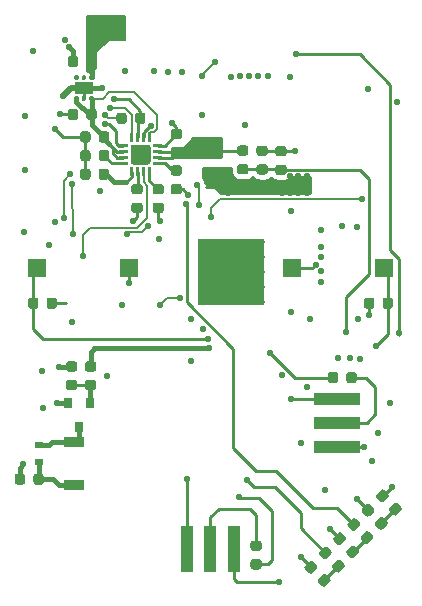
<source format=gbr>
%TF.GenerationSoftware,KiCad,Pcbnew,(5.1.6)-1*%
%TF.CreationDate,2020-07-04T15:59:08+08:00*%
%TF.ProjectId,24RF_Remote_Control,32345246-5f52-4656-9d6f-74655f436f6e,rev?*%
%TF.SameCoordinates,Original*%
%TF.FileFunction,Copper,L1,Top*%
%TF.FilePolarity,Positive*%
%FSLAX46Y46*%
G04 Gerber Fmt 4.6, Leading zero omitted, Abs format (unit mm)*
G04 Created by KiCad (PCBNEW (5.1.6)-1) date 2020-07-04 15:59:08*
%MOMM*%
%LPD*%
G01*
G04 APERTURE LIST*
%TA.AperFunction,ViaPad*%
%ADD10C,0.600000*%
%TD*%
%TA.AperFunction,Conductor*%
%ADD11R,5.600000X5.600000*%
%TD*%
%TA.AperFunction,ViaPad*%
%ADD12C,0.500000*%
%TD*%
%TA.AperFunction,SMDPad,CuDef*%
%ADD13R,1.600000X1.000000*%
%TD*%
%TA.AperFunction,SMDPad,CuDef*%
%ADD14O,1.700000X1.700000*%
%TD*%
%TA.AperFunction,SMDPad,CuDef*%
%ADD15R,1.700000X1.700000*%
%TD*%
%TA.AperFunction,SMDPad,CuDef*%
%ADD16R,1.800000X0.900000*%
%TD*%
%TA.AperFunction,SMDPad,CuDef*%
%ADD17R,0.700000X0.600000*%
%TD*%
%TA.AperFunction,SMDPad,CuDef*%
%ADD18R,0.800000X0.900000*%
%TD*%
%TA.AperFunction,SMDPad,CuDef*%
%ADD19R,1.500000X1.500000*%
%TD*%
%TA.AperFunction,SMDPad,CuDef*%
%ADD20R,3.900000X1.000000*%
%TD*%
%TA.AperFunction,SMDPad,CuDef*%
%ADD21R,1.000000X3.900000*%
%TD*%
%TA.AperFunction,ViaPad*%
%ADD22C,0.550000*%
%TD*%
%TA.AperFunction,ViaPad*%
%ADD23C,0.250000*%
%TD*%
%TA.AperFunction,Conductor*%
%ADD24C,0.250000*%
%TD*%
%TA.AperFunction,Conductor*%
%ADD25C,0.406400*%
%TD*%
%TA.AperFunction,Conductor*%
%ADD26C,0.152400*%
%TD*%
%TA.AperFunction,Conductor*%
%ADD27C,0.508000*%
%TD*%
%TA.AperFunction,Conductor*%
%ADD28C,0.254000*%
%TD*%
%TA.AperFunction,Conductor*%
%ADD29C,0.200000*%
%TD*%
G04 APERTURE END LIST*
%TO.P,U1,17*%
%TO.N,GND*%
%TA.AperFunction,SMDPad,CuDef*%
G36*
G01*
X140804260Y-78641240D02*
X140804260Y-79841440D01*
G75*
G02*
X140554360Y-80091340I-249900J0D01*
G01*
X139354160Y-80091340D01*
G75*
G02*
X139104260Y-79841440I0J249900D01*
G01*
X139104260Y-78641240D01*
G75*
G02*
X139354160Y-78391340I249900J0D01*
G01*
X140554360Y-78391340D01*
G75*
G02*
X140804260Y-78641240I0J-249900D01*
G01*
G37*
%TD.AperFunction*%
D10*
%TD*%
%TO.N,GND*%
%TO.C,U1*%
X140504260Y-79791340D03*
%TO.N,GND*%
%TO.C,U1*%
X139404260Y-79791340D03*
X139954260Y-79241340D03*
X140504260Y-78691340D03*
X139404260Y-78691340D03*
%TD*%
%TO.P,U1,1*%
%TO.N,Net-(R1-Pad1)*%
%TA.AperFunction,SMDPad,CuDef*%
G36*
G01*
X141804260Y-79928840D02*
X141804260Y-80053840D01*
G75*
G02*
X141741760Y-80116340I-62500J0D01*
G01*
X141066760Y-80116340D01*
G75*
G02*
X141004260Y-80053840I0J62500D01*
G01*
X141004260Y-79928840D01*
G75*
G02*
X141066760Y-79866340I62500J0D01*
G01*
X141741760Y-79866340D01*
G75*
G02*
X141804260Y-79928840I0J-62500D01*
G01*
G37*
%TD.AperFunction*%
%TO.P,U1,2*%
%TO.N,/BATT*%
%TA.AperFunction,SMDPad,CuDef*%
G36*
G01*
X141804260Y-79428840D02*
X141804260Y-79553840D01*
G75*
G02*
X141741760Y-79616340I-62500J0D01*
G01*
X141066760Y-79616340D01*
G75*
G02*
X141004260Y-79553840I0J62500D01*
G01*
X141004260Y-79428840D01*
G75*
G02*
X141066760Y-79366340I62500J0D01*
G01*
X141741760Y-79366340D01*
G75*
G02*
X141804260Y-79428840I0J-62500D01*
G01*
G37*
%TD.AperFunction*%
%TO.P,U1,3*%
%TA.AperFunction,SMDPad,CuDef*%
G36*
G01*
X141804260Y-78928840D02*
X141804260Y-79053840D01*
G75*
G02*
X141741760Y-79116340I-62500J0D01*
G01*
X141066760Y-79116340D01*
G75*
G02*
X141004260Y-79053840I0J62500D01*
G01*
X141004260Y-78928840D01*
G75*
G02*
X141066760Y-78866340I62500J0D01*
G01*
X141741760Y-78866340D01*
G75*
G02*
X141804260Y-78928840I0J-62500D01*
G01*
G37*
%TD.AperFunction*%
%TO.P,U1,4*%
%TO.N,GND*%
%TA.AperFunction,SMDPad,CuDef*%
G36*
G01*
X141804260Y-78428840D02*
X141804260Y-78553840D01*
G75*
G02*
X141741760Y-78616340I-62500J0D01*
G01*
X141066760Y-78616340D01*
G75*
G02*
X141004260Y-78553840I0J62500D01*
G01*
X141004260Y-78428840D01*
G75*
G02*
X141066760Y-78366340I62500J0D01*
G01*
X141741760Y-78366340D01*
G75*
G02*
X141804260Y-78428840I0J-62500D01*
G01*
G37*
%TD.AperFunction*%
%TO.P,U1,5*%
%TO.N,/BATT_OUT*%
%TA.AperFunction,SMDPad,CuDef*%
G36*
G01*
X140829260Y-77453840D02*
X140829260Y-78128840D01*
G75*
G02*
X140766760Y-78191340I-62500J0D01*
G01*
X140641760Y-78191340D01*
G75*
G02*
X140579260Y-78128840I0J62500D01*
G01*
X140579260Y-77453840D01*
G75*
G02*
X140641760Y-77391340I62500J0D01*
G01*
X140766760Y-77391340D01*
G75*
G02*
X140829260Y-77453840I0J-62500D01*
G01*
G37*
%TD.AperFunction*%
%TO.P,U1,6*%
%TO.N,GND*%
%TA.AperFunction,SMDPad,CuDef*%
G36*
G01*
X140329260Y-77453840D02*
X140329260Y-78128840D01*
G75*
G02*
X140266760Y-78191340I-62500J0D01*
G01*
X140141760Y-78191340D01*
G75*
G02*
X140079260Y-78128840I0J62500D01*
G01*
X140079260Y-77453840D01*
G75*
G02*
X140141760Y-77391340I62500J0D01*
G01*
X140266760Y-77391340D01*
G75*
G02*
X140329260Y-77453840I0J-62500D01*
G01*
G37*
%TD.AperFunction*%
%TO.P,U1,7*%
%TO.N,/PGOOD*%
%TA.AperFunction,SMDPad,CuDef*%
G36*
G01*
X139829260Y-77453840D02*
X139829260Y-78128840D01*
G75*
G02*
X139766760Y-78191340I-62500J0D01*
G01*
X139641760Y-78191340D01*
G75*
G02*
X139579260Y-78128840I0J62500D01*
G01*
X139579260Y-77453840D01*
G75*
G02*
X139641760Y-77391340I62500J0D01*
G01*
X139766760Y-77391340D01*
G75*
G02*
X139829260Y-77453840I0J-62500D01*
G01*
G37*
%TD.AperFunction*%
%TO.P,U1,8*%
%TO.N,GND*%
%TA.AperFunction,SMDPad,CuDef*%
G36*
G01*
X139329260Y-77453840D02*
X139329260Y-78128840D01*
G75*
G02*
X139266760Y-78191340I-62500J0D01*
G01*
X139141760Y-78191340D01*
G75*
G02*
X139079260Y-78128840I0J62500D01*
G01*
X139079260Y-77453840D01*
G75*
G02*
X139141760Y-77391340I62500J0D01*
G01*
X139266760Y-77391340D01*
G75*
G02*
X139329260Y-77453840I0J-62500D01*
G01*
G37*
%TD.AperFunction*%
%TO.P,U1,9*%
%TO.N,/CHARGE*%
%TA.AperFunction,SMDPad,CuDef*%
G36*
G01*
X138904260Y-78428840D02*
X138904260Y-78553840D01*
G75*
G02*
X138841760Y-78616340I-62500J0D01*
G01*
X138166760Y-78616340D01*
G75*
G02*
X138104260Y-78553840I0J62500D01*
G01*
X138104260Y-78428840D01*
G75*
G02*
X138166760Y-78366340I62500J0D01*
G01*
X138841760Y-78366340D01*
G75*
G02*
X138904260Y-78428840I0J-62500D01*
G01*
G37*
%TD.AperFunction*%
%TO.P,U1,10*%
%TO.N,/BATT_OUT*%
%TA.AperFunction,SMDPad,CuDef*%
G36*
G01*
X138904260Y-78928840D02*
X138904260Y-79053840D01*
G75*
G02*
X138841760Y-79116340I-62500J0D01*
G01*
X138166760Y-79116340D01*
G75*
G02*
X138104260Y-79053840I0J62500D01*
G01*
X138104260Y-78928840D01*
G75*
G02*
X138166760Y-78866340I62500J0D01*
G01*
X138841760Y-78866340D01*
G75*
G02*
X138904260Y-78928840I0J-62500D01*
G01*
G37*
%TD.AperFunction*%
%TO.P,U1,11*%
%TA.AperFunction,SMDPad,CuDef*%
G36*
G01*
X138904260Y-79428840D02*
X138904260Y-79553840D01*
G75*
G02*
X138841760Y-79616340I-62500J0D01*
G01*
X138166760Y-79616340D01*
G75*
G02*
X138104260Y-79553840I0J62500D01*
G01*
X138104260Y-79428840D01*
G75*
G02*
X138166760Y-79366340I62500J0D01*
G01*
X138841760Y-79366340D01*
G75*
G02*
X138904260Y-79428840I0J-62500D01*
G01*
G37*
%TD.AperFunction*%
%TO.P,U1,12*%
%TO.N,Net-(R3-Pad2)*%
%TA.AperFunction,SMDPad,CuDef*%
G36*
G01*
X138904260Y-79928840D02*
X138904260Y-80053840D01*
G75*
G02*
X138841760Y-80116340I-62500J0D01*
G01*
X138166760Y-80116340D01*
G75*
G02*
X138104260Y-80053840I0J62500D01*
G01*
X138104260Y-79928840D01*
G75*
G02*
X138166760Y-79866340I62500J0D01*
G01*
X138841760Y-79866340D01*
G75*
G02*
X138904260Y-79928840I0J-62500D01*
G01*
G37*
%TD.AperFunction*%
%TO.P,U1,13*%
%TO.N,Net-(C1-Pad2)*%
%TA.AperFunction,SMDPad,CuDef*%
G36*
G01*
X139329260Y-80353840D02*
X139329260Y-81028840D01*
G75*
G02*
X139266760Y-81091340I-62500J0D01*
G01*
X139141760Y-81091340D01*
G75*
G02*
X139079260Y-81028840I0J62500D01*
G01*
X139079260Y-80353840D01*
G75*
G02*
X139141760Y-80291340I62500J0D01*
G01*
X139266760Y-80291340D01*
G75*
G02*
X139329260Y-80353840I0J-62500D01*
G01*
G37*
%TD.AperFunction*%
%TO.P,U1,14*%
%TO.N,Net-(R2-Pad2)*%
%TA.AperFunction,SMDPad,CuDef*%
G36*
G01*
X139829260Y-80353840D02*
X139829260Y-81028840D01*
G75*
G02*
X139766760Y-81091340I-62500J0D01*
G01*
X139641760Y-81091340D01*
G75*
G02*
X139579260Y-81028840I0J62500D01*
G01*
X139579260Y-80353840D01*
G75*
G02*
X139641760Y-80291340I62500J0D01*
G01*
X139766760Y-80291340D01*
G75*
G02*
X139829260Y-80353840I0J-62500D01*
G01*
G37*
%TD.AperFunction*%
%TO.P,U1,15*%
%TO.N,Net-(S1-Pad2)*%
%TA.AperFunction,SMDPad,CuDef*%
G36*
G01*
X140329260Y-80353840D02*
X140329260Y-81028840D01*
G75*
G02*
X140266760Y-81091340I-62500J0D01*
G01*
X140141760Y-81091340D01*
G75*
G02*
X140079260Y-81028840I0J62500D01*
G01*
X140079260Y-80353840D01*
G75*
G02*
X140141760Y-80291340I62500J0D01*
G01*
X140266760Y-80291340D01*
G75*
G02*
X140329260Y-80353840I0J-62500D01*
G01*
G37*
%TD.AperFunction*%
%TO.P,U1,16*%
%TO.N,Net-(R4-Pad2)*%
%TA.AperFunction,SMDPad,CuDef*%
G36*
G01*
X140829260Y-80353840D02*
X140829260Y-81028840D01*
G75*
G02*
X140766760Y-81091340I-62500J0D01*
G01*
X140641760Y-81091340D01*
G75*
G02*
X140579260Y-81028840I0J62500D01*
G01*
X140579260Y-80353840D01*
G75*
G02*
X140641760Y-80291340I62500J0D01*
G01*
X140766760Y-80291340D01*
G75*
G02*
X140829260Y-80353840I0J-62500D01*
G01*
G37*
%TD.AperFunction*%
%TD*%
D11*
%TO.N,GND*%
%TO.C,U4*%
X147641200Y-89154200D03*
D12*
X145091200Y-91704200D03*
X146366200Y-91704200D03*
X147641200Y-91704200D03*
X148916200Y-91704200D03*
X150191200Y-91704200D03*
X145091200Y-90429200D03*
X146366200Y-90429200D03*
X147641200Y-90429200D03*
X148916200Y-90429200D03*
X150191200Y-90429200D03*
X145091200Y-89154200D03*
X146366200Y-89154200D03*
X147641200Y-89154200D03*
X148916200Y-89154200D03*
X150191200Y-89154200D03*
X145091200Y-87879200D03*
X146366200Y-87879200D03*
X147641200Y-87879200D03*
X148916200Y-87879200D03*
X150191200Y-87879200D03*
X145091200Y-86604200D03*
X146366200Y-86604200D03*
X147641200Y-86604200D03*
X148916200Y-86604200D03*
X150191200Y-86604200D03*
%TD*%
%TO.P,U2,1*%
%TO.N,+3V3*%
%TA.AperFunction,SMDPad,CuDef*%
G36*
G01*
X135695470Y-72538600D02*
X135907970Y-72538600D01*
G75*
G02*
X136001720Y-72632350I0J-93750D01*
G01*
X136001720Y-72819850D01*
G75*
G02*
X135907970Y-72913600I-93750J0D01*
G01*
X135695470Y-72913600D01*
G75*
G02*
X135601720Y-72819850I0J93750D01*
G01*
X135601720Y-72632350D01*
G75*
G02*
X135695470Y-72538600I93750J0D01*
G01*
G37*
%TD.AperFunction*%
%TO.P,U2,2*%
%TO.N,Net-(U2-Pad2)*%
%TA.AperFunction,SMDPad,CuDef*%
G36*
G01*
X135045470Y-72538600D02*
X135257970Y-72538600D01*
G75*
G02*
X135351720Y-72632350I0J-93750D01*
G01*
X135351720Y-72819850D01*
G75*
G02*
X135257970Y-72913600I-93750J0D01*
G01*
X135045470Y-72913600D01*
G75*
G02*
X134951720Y-72819850I0J93750D01*
G01*
X134951720Y-72632350D01*
G75*
G02*
X135045470Y-72538600I93750J0D01*
G01*
G37*
%TD.AperFunction*%
%TO.P,U2,3*%
%TO.N,Net-(U2-Pad3)*%
%TA.AperFunction,SMDPad,CuDef*%
G36*
G01*
X134395470Y-72538600D02*
X134607970Y-72538600D01*
G75*
G02*
X134701720Y-72632350I0J-93750D01*
G01*
X134701720Y-72819850D01*
G75*
G02*
X134607970Y-72913600I-93750J0D01*
G01*
X134395470Y-72913600D01*
G75*
G02*
X134301720Y-72819850I0J93750D01*
G01*
X134301720Y-72632350D01*
G75*
G02*
X134395470Y-72538600I93750J0D01*
G01*
G37*
%TD.AperFunction*%
%TO.P,U2,4*%
%TO.N,/BATT_OUT*%
%TA.AperFunction,SMDPad,CuDef*%
G36*
G01*
X134395470Y-74313600D02*
X134607970Y-74313600D01*
G75*
G02*
X134701720Y-74407350I0J-93750D01*
G01*
X134701720Y-74594850D01*
G75*
G02*
X134607970Y-74688600I-93750J0D01*
G01*
X134395470Y-74688600D01*
G75*
G02*
X134301720Y-74594850I0J93750D01*
G01*
X134301720Y-74407350D01*
G75*
G02*
X134395470Y-74313600I93750J0D01*
G01*
G37*
%TD.AperFunction*%
%TO.P,U2,5*%
%TO.N,GND*%
%TA.AperFunction,SMDPad,CuDef*%
G36*
G01*
X135045470Y-74313600D02*
X135257970Y-74313600D01*
G75*
G02*
X135351720Y-74407350I0J-93750D01*
G01*
X135351720Y-74594850D01*
G75*
G02*
X135257970Y-74688600I-93750J0D01*
G01*
X135045470Y-74688600D01*
G75*
G02*
X134951720Y-74594850I0J93750D01*
G01*
X134951720Y-74407350D01*
G75*
G02*
X135045470Y-74313600I93750J0D01*
G01*
G37*
%TD.AperFunction*%
%TO.P,U2,6*%
%TO.N,/BATT_OUT*%
%TA.AperFunction,SMDPad,CuDef*%
G36*
G01*
X135695470Y-74313600D02*
X135907970Y-74313600D01*
G75*
G02*
X136001720Y-74407350I0J-93750D01*
G01*
X136001720Y-74594850D01*
G75*
G02*
X135907970Y-74688600I-93750J0D01*
G01*
X135695470Y-74688600D01*
G75*
G02*
X135601720Y-74594850I0J93750D01*
G01*
X135601720Y-74407350D01*
G75*
G02*
X135695470Y-74313600I93750J0D01*
G01*
G37*
%TD.AperFunction*%
D13*
%TO.P,U2,7*%
%TO.N,GND*%
X135151720Y-73613600D03*
%TD*%
D14*
%TO.P,J5,2*%
%TO.N,GND*%
X145989900Y-81180260D03*
D15*
%TO.P,J5,1*%
%TO.N,/BATT*%
X145989900Y-78640260D03*
%TD*%
D16*
%TO.P,BZ1,1*%
%TO.N,Net-(BZ1-Pad1)*%
X134335600Y-107205480D03*
%TO.P,BZ1,2*%
%TO.N,Net-(BZ1-Pad2)*%
X134335600Y-103605480D03*
%TD*%
%TO.P,C1,1*%
%TO.N,GND*%
%TA.AperFunction,SMDPad,CuDef*%
G36*
G01*
X134838580Y-81167270D02*
X134838580Y-80654770D01*
G75*
G02*
X135057330Y-80436020I218750J0D01*
G01*
X135494830Y-80436020D01*
G75*
G02*
X135713580Y-80654770I0J-218750D01*
G01*
X135713580Y-81167270D01*
G75*
G02*
X135494830Y-81386020I-218750J0D01*
G01*
X135057330Y-81386020D01*
G75*
G02*
X134838580Y-81167270I0J218750D01*
G01*
G37*
%TD.AperFunction*%
%TO.P,C1,2*%
%TO.N,Net-(C1-Pad2)*%
%TA.AperFunction,SMDPad,CuDef*%
G36*
G01*
X136413580Y-81167270D02*
X136413580Y-80654770D01*
G75*
G02*
X136632330Y-80436020I218750J0D01*
G01*
X137069830Y-80436020D01*
G75*
G02*
X137288580Y-80654770I0J-218750D01*
G01*
X137288580Y-81167270D01*
G75*
G02*
X137069830Y-81386020I-218750J0D01*
G01*
X136632330Y-81386020D01*
G75*
G02*
X136413580Y-81167270I0J218750D01*
G01*
G37*
%TD.AperFunction*%
%TD*%
%TO.P,C2,1*%
%TO.N,GND*%
%TA.AperFunction,SMDPad,CuDef*%
G36*
G01*
X142728830Y-77074900D02*
X143241330Y-77074900D01*
G75*
G02*
X143460080Y-77293650I0J-218750D01*
G01*
X143460080Y-77731150D01*
G75*
G02*
X143241330Y-77949900I-218750J0D01*
G01*
X142728830Y-77949900D01*
G75*
G02*
X142510080Y-77731150I0J218750D01*
G01*
X142510080Y-77293650D01*
G75*
G02*
X142728830Y-77074900I218750J0D01*
G01*
G37*
%TD.AperFunction*%
%TO.P,C2,2*%
%TO.N,/BATT*%
%TA.AperFunction,SMDPad,CuDef*%
G36*
G01*
X142728830Y-78649900D02*
X143241330Y-78649900D01*
G75*
G02*
X143460080Y-78868650I0J-218750D01*
G01*
X143460080Y-79306150D01*
G75*
G02*
X143241330Y-79524900I-218750J0D01*
G01*
X142728830Y-79524900D01*
G75*
G02*
X142510080Y-79306150I0J218750D01*
G01*
X142510080Y-78868650D01*
G75*
G02*
X142728830Y-78649900I218750J0D01*
G01*
G37*
%TD.AperFunction*%
%TD*%
%TO.P,C3,2*%
%TO.N,GND*%
%TA.AperFunction,SMDPad,CuDef*%
G36*
G01*
X135713580Y-77498398D02*
X135713580Y-78010898D01*
G75*
G02*
X135494830Y-78229648I-218750J0D01*
G01*
X135057330Y-78229648D01*
G75*
G02*
X134838580Y-78010898I0J218750D01*
G01*
X134838580Y-77498398D01*
G75*
G02*
X135057330Y-77279648I218750J0D01*
G01*
X135494830Y-77279648D01*
G75*
G02*
X135713580Y-77498398I0J-218750D01*
G01*
G37*
%TD.AperFunction*%
%TO.P,C3,1*%
%TO.N,/BATT_OUT*%
%TA.AperFunction,SMDPad,CuDef*%
G36*
G01*
X137288580Y-77498398D02*
X137288580Y-78010898D01*
G75*
G02*
X137069830Y-78229648I-218750J0D01*
G01*
X136632330Y-78229648D01*
G75*
G02*
X136413580Y-78010898I0J218750D01*
G01*
X136413580Y-77498398D01*
G75*
G02*
X136632330Y-77279648I218750J0D01*
G01*
X137069830Y-77279648D01*
G75*
G02*
X137288580Y-77498398I0J-218750D01*
G01*
G37*
%TD.AperFunction*%
%TD*%
%TO.P,C4,2*%
%TO.N,GND*%
%TA.AperFunction,SMDPad,CuDef*%
G36*
G01*
X134662020Y-75584930D02*
X134662020Y-76097430D01*
G75*
G02*
X134443270Y-76316180I-218750J0D01*
G01*
X134005770Y-76316180D01*
G75*
G02*
X133787020Y-76097430I0J218750D01*
G01*
X133787020Y-75584930D01*
G75*
G02*
X134005770Y-75366180I218750J0D01*
G01*
X134443270Y-75366180D01*
G75*
G02*
X134662020Y-75584930I0J-218750D01*
G01*
G37*
%TD.AperFunction*%
%TO.P,C4,1*%
%TO.N,/BATT_OUT*%
%TA.AperFunction,SMDPad,CuDef*%
G36*
G01*
X136237020Y-75584930D02*
X136237020Y-76097430D01*
G75*
G02*
X136018270Y-76316180I-218750J0D01*
G01*
X135580770Y-76316180D01*
G75*
G02*
X135362020Y-76097430I0J218750D01*
G01*
X135362020Y-75584930D01*
G75*
G02*
X135580770Y-75366180I218750J0D01*
G01*
X136018270Y-75366180D01*
G75*
G02*
X136237020Y-75584930I0J-218750D01*
G01*
G37*
%TD.AperFunction*%
%TD*%
%TO.P,C5,1*%
%TO.N,+3V3*%
%TA.AperFunction,SMDPad,CuDef*%
G36*
G01*
X136237020Y-71104370D02*
X136237020Y-71616870D01*
G75*
G02*
X136018270Y-71835620I-218750J0D01*
G01*
X135580770Y-71835620D01*
G75*
G02*
X135362020Y-71616870I0J218750D01*
G01*
X135362020Y-71104370D01*
G75*
G02*
X135580770Y-70885620I218750J0D01*
G01*
X136018270Y-70885620D01*
G75*
G02*
X136237020Y-71104370I0J-218750D01*
G01*
G37*
%TD.AperFunction*%
%TO.P,C5,2*%
%TO.N,GND*%
%TA.AperFunction,SMDPad,CuDef*%
G36*
G01*
X134662020Y-71104370D02*
X134662020Y-71616870D01*
G75*
G02*
X134443270Y-71835620I-218750J0D01*
G01*
X134005770Y-71835620D01*
G75*
G02*
X133787020Y-71616870I0J218750D01*
G01*
X133787020Y-71104370D01*
G75*
G02*
X134005770Y-70885620I218750J0D01*
G01*
X134443270Y-70885620D01*
G75*
G02*
X134662020Y-71104370I0J-218750D01*
G01*
G37*
%TD.AperFunction*%
%TD*%
%TO.P,C19,1*%
%TO.N,/ADC_BATT*%
%TA.AperFunction,SMDPad,CuDef*%
G36*
G01*
X152090690Y-80980320D02*
X151578190Y-80980320D01*
G75*
G02*
X151359440Y-80761570I0J218750D01*
G01*
X151359440Y-80324070D01*
G75*
G02*
X151578190Y-80105320I218750J0D01*
G01*
X152090690Y-80105320D01*
G75*
G02*
X152309440Y-80324070I0J-218750D01*
G01*
X152309440Y-80761570D01*
G75*
G02*
X152090690Y-80980320I-218750J0D01*
G01*
G37*
%TD.AperFunction*%
%TO.P,C19,2*%
%TO.N,GND*%
%TA.AperFunction,SMDPad,CuDef*%
G36*
G01*
X152090690Y-79405320D02*
X151578190Y-79405320D01*
G75*
G02*
X151359440Y-79186570I0J218750D01*
G01*
X151359440Y-78749070D01*
G75*
G02*
X151578190Y-78530320I218750J0D01*
G01*
X152090690Y-78530320D01*
G75*
G02*
X152309440Y-78749070I0J-218750D01*
G01*
X152309440Y-79186570D01*
G75*
G02*
X152090690Y-79405320I-218750J0D01*
G01*
G37*
%TD.AperFunction*%
%TD*%
%TO.P,C20,2*%
%TO.N,GND*%
%TA.AperFunction,SMDPad,CuDef*%
G36*
G01*
X131996520Y-92086730D02*
X131996520Y-91574230D01*
G75*
G02*
X132215270Y-91355480I218750J0D01*
G01*
X132652770Y-91355480D01*
G75*
G02*
X132871520Y-91574230I0J-218750D01*
G01*
X132871520Y-92086730D01*
G75*
G02*
X132652770Y-92305480I-218750J0D01*
G01*
X132215270Y-92305480D01*
G75*
G02*
X131996520Y-92086730I0J218750D01*
G01*
G37*
%TD.AperFunction*%
%TO.P,C20,1*%
%TO.N,/BUTTON__LEFT*%
%TA.AperFunction,SMDPad,CuDef*%
G36*
G01*
X130421520Y-92086730D02*
X130421520Y-91574230D01*
G75*
G02*
X130640270Y-91355480I218750J0D01*
G01*
X131077770Y-91355480D01*
G75*
G02*
X131296520Y-91574230I0J-218750D01*
G01*
X131296520Y-92086730D01*
G75*
G02*
X131077770Y-92305480I-218750J0D01*
G01*
X130640270Y-92305480D01*
G75*
G02*
X130421520Y-92086730I0J218750D01*
G01*
G37*
%TD.AperFunction*%
%TD*%
%TO.P,C21,1*%
%TO.N,/BUTTON_RIGHT*%
%TA.AperFunction,SMDPad,CuDef*%
G36*
G01*
X161314440Y-91574230D02*
X161314440Y-92086730D01*
G75*
G02*
X161095690Y-92305480I-218750J0D01*
G01*
X160658190Y-92305480D01*
G75*
G02*
X160439440Y-92086730I0J218750D01*
G01*
X160439440Y-91574230D01*
G75*
G02*
X160658190Y-91355480I218750J0D01*
G01*
X161095690Y-91355480D01*
G75*
G02*
X161314440Y-91574230I0J-218750D01*
G01*
G37*
%TD.AperFunction*%
%TO.P,C21,2*%
%TO.N,GND*%
%TA.AperFunction,SMDPad,CuDef*%
G36*
G01*
X159739440Y-91574230D02*
X159739440Y-92086730D01*
G75*
G02*
X159520690Y-92305480I-218750J0D01*
G01*
X159083190Y-92305480D01*
G75*
G02*
X158864440Y-92086730I0J218750D01*
G01*
X158864440Y-91574230D01*
G75*
G02*
X159083190Y-91355480I218750J0D01*
G01*
X159520690Y-91355480D01*
G75*
G02*
X159739440Y-91574230I0J-218750D01*
G01*
G37*
%TD.AperFunction*%
%TD*%
%TO.P,D1,2*%
%TO.N,Net-(D1-Pad2)*%
%TA.AperFunction,SMDPad,CuDef*%
G36*
G01*
X156212744Y-113965581D02*
X156575136Y-113603188D01*
G75*
G02*
X156884496Y-113603188I154680J-154680D01*
G01*
X157193855Y-113912547D01*
G75*
G02*
X157193855Y-114221907I-154680J-154680D01*
G01*
X156831462Y-114584300D01*
G75*
G02*
X156522102Y-114584300I-154680J154680D01*
G01*
X156212743Y-114274941D01*
G75*
G02*
X156212743Y-113965581I154680J154680D01*
G01*
G37*
%TD.AperFunction*%
%TO.P,D1,1*%
%TO.N,/USER_LED*%
%TA.AperFunction,SMDPad,CuDef*%
G36*
G01*
X155099050Y-112851887D02*
X155461442Y-112489494D01*
G75*
G02*
X155770802Y-112489494I154680J-154680D01*
G01*
X156080161Y-112798853D01*
G75*
G02*
X156080161Y-113108213I-154680J-154680D01*
G01*
X155717768Y-113470606D01*
G75*
G02*
X155408408Y-113470606I-154680J154680D01*
G01*
X155099049Y-113161247D01*
G75*
G02*
X155099049Y-112851887I154680J154680D01*
G01*
G37*
%TD.AperFunction*%
%TD*%
%TO.P,D2,1*%
%TO.N,/CHARGE*%
%TA.AperFunction,SMDPad,CuDef*%
G36*
G01*
X157514380Y-110436557D02*
X157876772Y-110074164D01*
G75*
G02*
X158186132Y-110074164I154680J-154680D01*
G01*
X158495491Y-110383523D01*
G75*
G02*
X158495491Y-110692883I-154680J-154680D01*
G01*
X158133098Y-111055276D01*
G75*
G02*
X157823738Y-111055276I-154680J154680D01*
G01*
X157514379Y-110745917D01*
G75*
G02*
X157514379Y-110436557I154680J154680D01*
G01*
G37*
%TD.AperFunction*%
%TO.P,D2,2*%
%TO.N,Net-(D2-Pad2)*%
%TA.AperFunction,SMDPad,CuDef*%
G36*
G01*
X158628074Y-111550251D02*
X158990466Y-111187858D01*
G75*
G02*
X159299826Y-111187858I154680J-154680D01*
G01*
X159609185Y-111497217D01*
G75*
G02*
X159609185Y-111806577I-154680J-154680D01*
G01*
X159246792Y-112168970D01*
G75*
G02*
X158937432Y-112168970I-154680J154680D01*
G01*
X158628073Y-111859611D01*
G75*
G02*
X158628073Y-111550251I154680J154680D01*
G01*
G37*
%TD.AperFunction*%
%TD*%
%TO.P,D4,2*%
%TO.N,Net-(D4-Pad2)*%
%TA.AperFunction,SMDPad,CuDef*%
G36*
G01*
X161043403Y-109134921D02*
X161405795Y-108772528D01*
G75*
G02*
X161715155Y-108772528I154680J-154680D01*
G01*
X162024514Y-109081887D01*
G75*
G02*
X162024514Y-109391247I-154680J-154680D01*
G01*
X161662121Y-109753640D01*
G75*
G02*
X161352761Y-109753640I-154680J154680D01*
G01*
X161043402Y-109444281D01*
G75*
G02*
X161043402Y-109134921I154680J154680D01*
G01*
G37*
%TD.AperFunction*%
%TO.P,D4,1*%
%TO.N,GND*%
%TA.AperFunction,SMDPad,CuDef*%
G36*
G01*
X159929709Y-108021227D02*
X160292101Y-107658834D01*
G75*
G02*
X160601461Y-107658834I154680J-154680D01*
G01*
X160910820Y-107968193D01*
G75*
G02*
X160910820Y-108277553I-154680J-154680D01*
G01*
X160548427Y-108639946D01*
G75*
G02*
X160239067Y-108639946I-154680J154680D01*
G01*
X159929708Y-108330587D01*
G75*
G02*
X159929708Y-108021227I154680J154680D01*
G01*
G37*
%TD.AperFunction*%
%TD*%
D17*
%TO.P,D6,2*%
%TO.N,Net-(BZ1-Pad2)*%
X131311240Y-103830480D03*
%TO.P,D6,1*%
%TO.N,Net-(BZ1-Pad1)*%
X131311240Y-105230480D03*
%TD*%
D18*
%TO.P,Q1,3*%
%TO.N,Net-(BZ1-Pad2)*%
X134718460Y-102288040D03*
%TO.P,Q1,2*%
%TO.N,GND*%
X133768460Y-100288040D03*
%TO.P,Q1,1*%
%TO.N,Net-(Q1-Pad1)*%
X135668460Y-100288040D03*
%TD*%
%TO.P,R1,2*%
%TO.N,GND*%
%TA.AperFunction,SMDPad,CuDef*%
G36*
G01*
X142718670Y-81725840D02*
X143231170Y-81725840D01*
G75*
G02*
X143449920Y-81944590I0J-218750D01*
G01*
X143449920Y-82382090D01*
G75*
G02*
X143231170Y-82600840I-218750J0D01*
G01*
X142718670Y-82600840D01*
G75*
G02*
X142499920Y-82382090I0J218750D01*
G01*
X142499920Y-81944590D01*
G75*
G02*
X142718670Y-81725840I218750J0D01*
G01*
G37*
%TD.AperFunction*%
%TO.P,R1,1*%
%TO.N,Net-(R1-Pad1)*%
%TA.AperFunction,SMDPad,CuDef*%
G36*
G01*
X142718670Y-80150840D02*
X143231170Y-80150840D01*
G75*
G02*
X143449920Y-80369590I0J-218750D01*
G01*
X143449920Y-80807090D01*
G75*
G02*
X143231170Y-81025840I-218750J0D01*
G01*
X142718670Y-81025840D01*
G75*
G02*
X142499920Y-80807090I0J218750D01*
G01*
X142499920Y-80369590D01*
G75*
G02*
X142718670Y-80150840I218750J0D01*
G01*
G37*
%TD.AperFunction*%
%TD*%
%TO.P,R2,2*%
%TO.N,Net-(R2-Pad2)*%
%TA.AperFunction,SMDPad,CuDef*%
G36*
G01*
X139908850Y-82613340D02*
X139396350Y-82613340D01*
G75*
G02*
X139177600Y-82394590I0J218750D01*
G01*
X139177600Y-81957090D01*
G75*
G02*
X139396350Y-81738340I218750J0D01*
G01*
X139908850Y-81738340D01*
G75*
G02*
X140127600Y-81957090I0J-218750D01*
G01*
X140127600Y-82394590D01*
G75*
G02*
X139908850Y-82613340I-218750J0D01*
G01*
G37*
%TD.AperFunction*%
%TO.P,R2,1*%
%TO.N,GND*%
%TA.AperFunction,SMDPad,CuDef*%
G36*
G01*
X139908850Y-84188340D02*
X139396350Y-84188340D01*
G75*
G02*
X139177600Y-83969590I0J218750D01*
G01*
X139177600Y-83532090D01*
G75*
G02*
X139396350Y-83313340I218750J0D01*
G01*
X139908850Y-83313340D01*
G75*
G02*
X140127600Y-83532090I0J-218750D01*
G01*
X140127600Y-83969590D01*
G75*
G02*
X139908850Y-84188340I-218750J0D01*
G01*
G37*
%TD.AperFunction*%
%TD*%
%TO.P,R3,1*%
%TO.N,GND*%
%TA.AperFunction,SMDPad,CuDef*%
G36*
G01*
X134838580Y-79589084D02*
X134838580Y-79076584D01*
G75*
G02*
X135057330Y-78857834I218750J0D01*
G01*
X135494830Y-78857834D01*
G75*
G02*
X135713580Y-79076584I0J-218750D01*
G01*
X135713580Y-79589084D01*
G75*
G02*
X135494830Y-79807834I-218750J0D01*
G01*
X135057330Y-79807834D01*
G75*
G02*
X134838580Y-79589084I0J218750D01*
G01*
G37*
%TD.AperFunction*%
%TO.P,R3,2*%
%TO.N,Net-(R3-Pad2)*%
%TA.AperFunction,SMDPad,CuDef*%
G36*
G01*
X136413580Y-79589084D02*
X136413580Y-79076584D01*
G75*
G02*
X136632330Y-78857834I218750J0D01*
G01*
X137069830Y-78857834D01*
G75*
G02*
X137288580Y-79076584I0J-218750D01*
G01*
X137288580Y-79589084D01*
G75*
G02*
X137069830Y-79807834I-218750J0D01*
G01*
X136632330Y-79807834D01*
G75*
G02*
X136413580Y-79589084I0J218750D01*
G01*
G37*
%TD.AperFunction*%
%TD*%
%TO.P,R4,2*%
%TO.N,Net-(R4-Pad2)*%
%TA.AperFunction,SMDPad,CuDef*%
G36*
G01*
X141709710Y-82615880D02*
X141197210Y-82615880D01*
G75*
G02*
X140978460Y-82397130I0J218750D01*
G01*
X140978460Y-81959630D01*
G75*
G02*
X141197210Y-81740880I218750J0D01*
G01*
X141709710Y-81740880D01*
G75*
G02*
X141928460Y-81959630I0J-218750D01*
G01*
X141928460Y-82397130D01*
G75*
G02*
X141709710Y-82615880I-218750J0D01*
G01*
G37*
%TD.AperFunction*%
%TO.P,R4,1*%
%TO.N,GND*%
%TA.AperFunction,SMDPad,CuDef*%
G36*
G01*
X141709710Y-84190880D02*
X141197210Y-84190880D01*
G75*
G02*
X140978460Y-83972130I0J218750D01*
G01*
X140978460Y-83534630D01*
G75*
G02*
X141197210Y-83315880I218750J0D01*
G01*
X141709710Y-83315880D01*
G75*
G02*
X141928460Y-83534630I0J-218750D01*
G01*
X141928460Y-83972130D01*
G75*
G02*
X141709710Y-84190880I-218750J0D01*
G01*
G37*
%TD.AperFunction*%
%TD*%
%TO.P,R5,1*%
%TO.N,+3V3*%
%TA.AperFunction,SMDPad,CuDef*%
G36*
G01*
X156306715Y-111644222D02*
X156669107Y-111281829D01*
G75*
G02*
X156978467Y-111281829I154680J-154680D01*
G01*
X157287826Y-111591188D01*
G75*
G02*
X157287826Y-111900548I-154680J-154680D01*
G01*
X156925433Y-112262941D01*
G75*
G02*
X156616073Y-112262941I-154680J154680D01*
G01*
X156306714Y-111953582D01*
G75*
G02*
X156306714Y-111644222I154680J154680D01*
G01*
G37*
%TD.AperFunction*%
%TO.P,R5,2*%
%TO.N,Net-(D2-Pad2)*%
%TA.AperFunction,SMDPad,CuDef*%
G36*
G01*
X157420409Y-112757916D02*
X157782801Y-112395523D01*
G75*
G02*
X158092161Y-112395523I154680J-154680D01*
G01*
X158401520Y-112704882D01*
G75*
G02*
X158401520Y-113014242I-154680J-154680D01*
G01*
X158039127Y-113376635D01*
G75*
G02*
X157729767Y-113376635I-154680J154680D01*
G01*
X157420408Y-113067276D01*
G75*
G02*
X157420408Y-112757916I154680J154680D01*
G01*
G37*
%TD.AperFunction*%
%TD*%
%TO.P,R7,1*%
%TO.N,Net-(D4-Pad2)*%
%TA.AperFunction,SMDPad,CuDef*%
G36*
G01*
X160816848Y-110598912D02*
X160454456Y-110961305D01*
G75*
G02*
X160145096Y-110961305I-154680J154680D01*
G01*
X159835737Y-110651946D01*
G75*
G02*
X159835737Y-110342586I154680J154680D01*
G01*
X160198130Y-109980193D01*
G75*
G02*
X160507490Y-109980193I154680J-154680D01*
G01*
X160816849Y-110289552D01*
G75*
G02*
X160816849Y-110598912I-154680J-154680D01*
G01*
G37*
%TD.AperFunction*%
%TO.P,R7,2*%
%TO.N,+3V3*%
%TA.AperFunction,SMDPad,CuDef*%
G36*
G01*
X159703154Y-109485218D02*
X159340762Y-109847611D01*
G75*
G02*
X159031402Y-109847611I-154680J154680D01*
G01*
X158722043Y-109538252D01*
G75*
G02*
X158722043Y-109228892I154680J154680D01*
G01*
X159084436Y-108866499D01*
G75*
G02*
X159393796Y-108866499I154680J-154680D01*
G01*
X159703155Y-109175858D01*
G75*
G02*
X159703155Y-109485218I-154680J-154680D01*
G01*
G37*
%TD.AperFunction*%
%TD*%
%TO.P,R17,1*%
%TO.N,/Buzzer*%
%TA.AperFunction,SMDPad,CuDef*%
G36*
G01*
X135457210Y-96753620D02*
X135969710Y-96753620D01*
G75*
G02*
X136188460Y-96972370I0J-218750D01*
G01*
X136188460Y-97409870D01*
G75*
G02*
X135969710Y-97628620I-218750J0D01*
G01*
X135457210Y-97628620D01*
G75*
G02*
X135238460Y-97409870I0J218750D01*
G01*
X135238460Y-96972370D01*
G75*
G02*
X135457210Y-96753620I218750J0D01*
G01*
G37*
%TD.AperFunction*%
%TO.P,R17,2*%
%TO.N,Net-(Q1-Pad1)*%
%TA.AperFunction,SMDPad,CuDef*%
G36*
G01*
X135457210Y-98328620D02*
X135969710Y-98328620D01*
G75*
G02*
X136188460Y-98547370I0J-218750D01*
G01*
X136188460Y-98984870D01*
G75*
G02*
X135969710Y-99203620I-218750J0D01*
G01*
X135457210Y-99203620D01*
G75*
G02*
X135238460Y-98984870I0J218750D01*
G01*
X135238460Y-98547370D01*
G75*
G02*
X135457210Y-98328620I218750J0D01*
G01*
G37*
%TD.AperFunction*%
%TD*%
%TO.P,R18,2*%
%TO.N,GND*%
%TA.AperFunction,SMDPad,CuDef*%
G36*
G01*
X134369510Y-97628620D02*
X133857010Y-97628620D01*
G75*
G02*
X133638260Y-97409870I0J218750D01*
G01*
X133638260Y-96972370D01*
G75*
G02*
X133857010Y-96753620I218750J0D01*
G01*
X134369510Y-96753620D01*
G75*
G02*
X134588260Y-96972370I0J-218750D01*
G01*
X134588260Y-97409870D01*
G75*
G02*
X134369510Y-97628620I-218750J0D01*
G01*
G37*
%TD.AperFunction*%
%TO.P,R18,1*%
%TO.N,Net-(Q1-Pad1)*%
%TA.AperFunction,SMDPad,CuDef*%
G36*
G01*
X134369510Y-99203620D02*
X133857010Y-99203620D01*
G75*
G02*
X133638260Y-98984870I0J218750D01*
G01*
X133638260Y-98547370D01*
G75*
G02*
X133857010Y-98328620I218750J0D01*
G01*
X134369510Y-98328620D01*
G75*
G02*
X134588260Y-98547370I0J-218750D01*
G01*
X134588260Y-98984870D01*
G75*
G02*
X134369510Y-99203620I-218750J0D01*
G01*
G37*
%TD.AperFunction*%
%TD*%
%TO.P,R20,2*%
%TO.N,Net-(R20-Pad2)*%
%TA.AperFunction,SMDPad,CuDef*%
G36*
G01*
X149987570Y-112803780D02*
X149475070Y-112803780D01*
G75*
G02*
X149256320Y-112585030I0J218750D01*
G01*
X149256320Y-112147530D01*
G75*
G02*
X149475070Y-111928780I218750J0D01*
G01*
X149987570Y-111928780D01*
G75*
G02*
X150206320Y-112147530I0J-218750D01*
G01*
X150206320Y-112585030D01*
G75*
G02*
X149987570Y-112803780I-218750J0D01*
G01*
G37*
%TD.AperFunction*%
%TO.P,R20,1*%
%TO.N,/JY_Y*%
%TA.AperFunction,SMDPad,CuDef*%
G36*
G01*
X149987570Y-114378780D02*
X149475070Y-114378780D01*
G75*
G02*
X149256320Y-114160030I0J218750D01*
G01*
X149256320Y-113722530D01*
G75*
G02*
X149475070Y-113503780I218750J0D01*
G01*
X149987570Y-113503780D01*
G75*
G02*
X150206320Y-113722530I0J-218750D01*
G01*
X150206320Y-114160030D01*
G75*
G02*
X149987570Y-114378780I-218750J0D01*
G01*
G37*
%TD.AperFunction*%
%TD*%
%TO.P,R21,2*%
%TO.N,/ADC_BATT*%
%TA.AperFunction,SMDPad,CuDef*%
G36*
G01*
X148342230Y-80046900D02*
X148854730Y-80046900D01*
G75*
G02*
X149073480Y-80265650I0J-218750D01*
G01*
X149073480Y-80703150D01*
G75*
G02*
X148854730Y-80921900I-218750J0D01*
G01*
X148342230Y-80921900D01*
G75*
G02*
X148123480Y-80703150I0J218750D01*
G01*
X148123480Y-80265650D01*
G75*
G02*
X148342230Y-80046900I218750J0D01*
G01*
G37*
%TD.AperFunction*%
%TO.P,R21,1*%
%TO.N,/BATT*%
%TA.AperFunction,SMDPad,CuDef*%
G36*
G01*
X148342230Y-78471900D02*
X148854730Y-78471900D01*
G75*
G02*
X149073480Y-78690650I0J-218750D01*
G01*
X149073480Y-79128150D01*
G75*
G02*
X148854730Y-79346900I-218750J0D01*
G01*
X148342230Y-79346900D01*
G75*
G02*
X148123480Y-79128150I0J218750D01*
G01*
X148123480Y-78690650D01*
G75*
G02*
X148342230Y-78471900I218750J0D01*
G01*
G37*
%TD.AperFunction*%
%TD*%
%TO.P,R22,1*%
%TO.N,/ADC_BATT*%
%TA.AperFunction,SMDPad,CuDef*%
G36*
G01*
X150497470Y-80939500D02*
X149984970Y-80939500D01*
G75*
G02*
X149766220Y-80720750I0J218750D01*
G01*
X149766220Y-80283250D01*
G75*
G02*
X149984970Y-80064500I218750J0D01*
G01*
X150497470Y-80064500D01*
G75*
G02*
X150716220Y-80283250I0J-218750D01*
G01*
X150716220Y-80720750D01*
G75*
G02*
X150497470Y-80939500I-218750J0D01*
G01*
G37*
%TD.AperFunction*%
%TO.P,R22,2*%
%TO.N,GND*%
%TA.AperFunction,SMDPad,CuDef*%
G36*
G01*
X150497470Y-79364500D02*
X149984970Y-79364500D01*
G75*
G02*
X149766220Y-79145750I0J218750D01*
G01*
X149766220Y-78708250D01*
G75*
G02*
X149984970Y-78489500I218750J0D01*
G01*
X150497470Y-78489500D01*
G75*
G02*
X150716220Y-78708250I0J-218750D01*
G01*
X150716220Y-79145750D01*
G75*
G02*
X150497470Y-79364500I-218750J0D01*
G01*
G37*
%TD.AperFunction*%
%TD*%
%TO.P,R23,1*%
%TO.N,+3V3*%
%TA.AperFunction,SMDPad,CuDef*%
G36*
G01*
X153891385Y-114059552D02*
X154253777Y-113697159D01*
G75*
G02*
X154563137Y-113697159I154680J-154680D01*
G01*
X154872496Y-114006518D01*
G75*
G02*
X154872496Y-114315878I-154680J-154680D01*
G01*
X154510103Y-114678271D01*
G75*
G02*
X154200743Y-114678271I-154680J154680D01*
G01*
X153891384Y-114368912D01*
G75*
G02*
X153891384Y-114059552I154680J154680D01*
G01*
G37*
%TD.AperFunction*%
%TO.P,R23,2*%
%TO.N,Net-(D1-Pad2)*%
%TA.AperFunction,SMDPad,CuDef*%
G36*
G01*
X155005079Y-115173246D02*
X155367471Y-114810853D01*
G75*
G02*
X155676831Y-114810853I154680J-154680D01*
G01*
X155986190Y-115120212D01*
G75*
G02*
X155986190Y-115429572I-154680J-154680D01*
G01*
X155623797Y-115791965D01*
G75*
G02*
X155314437Y-115791965I-154680J154680D01*
G01*
X155005078Y-115482606D01*
G75*
G02*
X155005078Y-115173246I154680J154680D01*
G01*
G37*
%TD.AperFunction*%
%TD*%
%TO.P,R25,1*%
%TO.N,/JY_X*%
%TA.AperFunction,SMDPad,CuDef*%
G36*
G01*
X155802940Y-98387410D02*
X155802940Y-97874910D01*
G75*
G02*
X156021690Y-97656160I218750J0D01*
G01*
X156459190Y-97656160D01*
G75*
G02*
X156677940Y-97874910I0J-218750D01*
G01*
X156677940Y-98387410D01*
G75*
G02*
X156459190Y-98606160I-218750J0D01*
G01*
X156021690Y-98606160D01*
G75*
G02*
X155802940Y-98387410I0J218750D01*
G01*
G37*
%TD.AperFunction*%
%TO.P,R25,2*%
%TO.N,Net-(R25-Pad2)*%
%TA.AperFunction,SMDPad,CuDef*%
G36*
G01*
X157377940Y-98387410D02*
X157377940Y-97874910D01*
G75*
G02*
X157596690Y-97656160I218750J0D01*
G01*
X158034190Y-97656160D01*
G75*
G02*
X158252940Y-97874910I0J-218750D01*
G01*
X158252940Y-98387410D01*
G75*
G02*
X158034190Y-98606160I-218750J0D01*
G01*
X157596690Y-98606160D01*
G75*
G02*
X157377940Y-98387410I0J218750D01*
G01*
G37*
%TD.AperFunction*%
%TD*%
%TO.P,R26,2*%
%TO.N,Net-(BZ1-Pad1)*%
%TA.AperFunction,SMDPad,CuDef*%
G36*
G01*
X130876380Y-106978750D02*
X130876380Y-106466250D01*
G75*
G02*
X131095130Y-106247500I218750J0D01*
G01*
X131532630Y-106247500D01*
G75*
G02*
X131751380Y-106466250I0J-218750D01*
G01*
X131751380Y-106978750D01*
G75*
G02*
X131532630Y-107197500I-218750J0D01*
G01*
X131095130Y-107197500D01*
G75*
G02*
X130876380Y-106978750I0J218750D01*
G01*
G37*
%TD.AperFunction*%
%TO.P,R26,1*%
%TO.N,+3V3*%
%TA.AperFunction,SMDPad,CuDef*%
G36*
G01*
X129301380Y-106978750D02*
X129301380Y-106466250D01*
G75*
G02*
X129520130Y-106247500I218750J0D01*
G01*
X129957630Y-106247500D01*
G75*
G02*
X130176380Y-106466250I0J-218750D01*
G01*
X130176380Y-106978750D01*
G75*
G02*
X129957630Y-107197500I-218750J0D01*
G01*
X129520130Y-107197500D01*
G75*
G02*
X129301380Y-106978750I0J218750D01*
G01*
G37*
%TD.AperFunction*%
%TD*%
D19*
%TO.P,SW1,1*%
%TO.N,/BUTTON__LEFT*%
X131188220Y-88863760D03*
%TO.P,SW1,2*%
%TO.N,GND*%
X138988220Y-88863760D03*
%TD*%
%TO.P,SW2,2*%
%TO.N,GND*%
X152747340Y-88863760D03*
%TO.P,SW2,1*%
%TO.N,/BUTTON_RIGHT*%
X160547340Y-88863760D03*
%TD*%
D20*
%TO.P,U8,6*%
%TO.N,+3V3*%
X156548000Y-99960620D03*
%TO.P,U8,5*%
%TO.N,Net-(R25-Pad2)*%
X156548000Y-101960620D03*
%TO.P,U8,4*%
%TO.N,GND*%
X156548000Y-103960620D03*
D21*
%TO.P,U8,1*%
X143868000Y-112640620D03*
%TO.P,U8,2*%
%TO.N,Net-(R20-Pad2)*%
X145868000Y-112640620D03*
%TO.P,U8,3*%
%TO.N,+3V3*%
X147868000Y-112640620D03*
%TD*%
%TO.P,R6,1*%
%TO.N,+3V3*%
%TA.AperFunction,SMDPad,CuDef*%
G36*
G01*
X137911980Y-76427630D02*
X137911980Y-75915130D01*
G75*
G02*
X138130730Y-75696380I218750J0D01*
G01*
X138568230Y-75696380D01*
G75*
G02*
X138786980Y-75915130I0J-218750D01*
G01*
X138786980Y-76427630D01*
G75*
G02*
X138568230Y-76646380I-218750J0D01*
G01*
X138130730Y-76646380D01*
G75*
G02*
X137911980Y-76427630I0J218750D01*
G01*
G37*
%TD.AperFunction*%
%TO.P,R6,2*%
%TO.N,/PGOOD*%
%TA.AperFunction,SMDPad,CuDef*%
G36*
G01*
X139486980Y-76427630D02*
X139486980Y-75915130D01*
G75*
G02*
X139705730Y-75696380I218750J0D01*
G01*
X140143230Y-75696380D01*
G75*
G02*
X140361980Y-75915130I0J-218750D01*
G01*
X140361980Y-76427630D01*
G75*
G02*
X140143230Y-76646380I-218750J0D01*
G01*
X139705730Y-76646380D01*
G75*
G02*
X139486980Y-76427630I0J218750D01*
G01*
G37*
%TD.AperFunction*%
%TD*%
D22*
%TO.N,GND*%
X149886260Y-81540940D03*
X151915720Y-81764460D03*
X143848680Y-106676780D03*
X153559100Y-103689740D03*
X160031020Y-102821060D03*
X151919455Y-97892265D03*
X138626440Y-72193740D03*
X141113100Y-72201360D03*
X142238320Y-72252160D03*
X143498160Y-72269940D03*
X145172040Y-75884360D03*
X147607880Y-72635700D03*
X148357180Y-72605220D03*
X149896420Y-72605220D03*
X152644700Y-72650940D03*
X159215680Y-73727920D03*
X153040940Y-78978080D03*
X148778820Y-76704780D03*
X147336100Y-82473120D03*
X151915720Y-82480740D03*
X156998260Y-85328080D03*
X142573600Y-76537140D03*
X132223100Y-86887640D03*
X144257620Y-96679340D03*
X132703160Y-84990260D03*
X130130140Y-80545260D03*
X130107280Y-85803060D03*
X130130140Y-75985960D03*
X132703160Y-77085780D03*
X154288080Y-93174140D03*
X133107020Y-75823400D03*
X136688420Y-73621220D03*
X133932520Y-70169360D03*
X130823560Y-70504640D03*
X139302080Y-84886100D03*
X141580460Y-84835320D03*
X133038440Y-97187340D03*
X143988380Y-82633140D03*
X135271100Y-79313360D03*
X137328500Y-75305240D03*
X140805760Y-76801300D03*
X145260920Y-94017420D03*
D23*
X133597240Y-91827940D03*
D22*
X152606600Y-81083740D03*
X153306600Y-81083740D03*
X154006600Y-81083740D03*
X152606600Y-81783740D03*
X153306600Y-81783740D03*
X154006600Y-81783740D03*
X152606600Y-82483740D03*
X153306600Y-82483740D03*
X154006600Y-82483740D03*
X155222800Y-87075620D03*
X155222800Y-90062620D03*
X154788460Y-88576740D03*
X155222800Y-89112680D03*
X155222800Y-87939200D03*
X159528100Y-105162940D03*
X161207040Y-107377820D03*
X158885480Y-103961520D03*
X132863180Y-100283600D03*
X137071960Y-97956960D03*
X159312200Y-92810920D03*
X156673140Y-96488840D03*
X157704380Y-96501520D03*
X158516206Y-96522727D03*
X131649060Y-100725560D03*
X133388960Y-74266380D03*
X135537800Y-73600900D03*
X138997280Y-90115980D03*
X155210100Y-85640500D03*
%TO.N,Net-(C1-Pad2)*%
X136896700Y-80872920D03*
%TO.N,+3V3*%
X135888320Y-67875740D03*
X158260640Y-108444620D03*
X153543860Y-113336660D03*
X133528660Y-69501340D03*
X152687880Y-99902600D03*
X161069880Y-100311540D03*
X131646520Y-97553100D03*
X134107780Y-93397660D03*
X161704860Y-74827720D03*
X151682040Y-115442320D03*
X155954320Y-110910960D03*
X149146702Y-72582359D03*
X150732080Y-72595060D03*
X158242860Y-85363640D03*
X152703120Y-92602640D03*
X158374940Y-93184300D03*
X152703120Y-84025060D03*
X141511880Y-86425360D03*
X136530940Y-82358820D03*
X144237300Y-93186840D03*
X136917787Y-75932789D03*
X137088320Y-67875740D03*
X138288320Y-67875740D03*
X135888320Y-68575740D03*
X137088320Y-68575740D03*
X138288320Y-68575740D03*
X155565700Y-107634360D03*
X154003600Y-98932320D03*
X130033620Y-105457580D03*
X138402940Y-91956160D03*
%TO.N,/ADC_BATT*%
X157384340Y-94266340D03*
%TO.N,/BUTTON__LEFT*%
X145685100Y-94883560D03*
%TO.N,/BUTTON_RIGHT*%
X159880579Y-95466341D03*
%TO.N,Net-(J1-Pad2)*%
X134211920Y-85932600D03*
X134161120Y-81744140D03*
%TO.N,Net-(J1-Pad3)*%
X133998560Y-80913560D03*
X133434680Y-84578402D03*
%TO.N,/SWDCLK*%
X140546548Y-85333028D03*
X138771220Y-85988500D03*
%TO.N,/RF_SCK*%
X143269560Y-91406300D03*
X141602260Y-91962560D03*
%TO.N,/OLED_FLASH_SCK*%
X144861059Y-83474961D03*
X145141540Y-72582360D03*
X146266760Y-71398720D03*
X144757925Y-81812795D03*
%TO.N,/Buzzer*%
X145741970Y-95631403D03*
%TO.N,/JY_Y*%
X148263200Y-108254120D03*
%TO.N,/JY_X*%
X150917500Y-96041780D03*
%TO.N,Net-(S1-Pad2)*%
X135062820Y-87832520D03*
%TO.N,/OLED_FLASH_MISO*%
X145922779Y-84536681D03*
X158692440Y-83039540D03*
%TO.N,/USER_LED*%
X148946460Y-106831720D03*
%TO.N,/CHARGE*%
X136916523Y-76693454D03*
X143792176Y-83387500D03*
%TO.N,/PGOOD*%
X137739980Y-74558480D03*
X153140000Y-70758640D03*
X161872520Y-94360320D03*
%TD*%
D24*
%TO.N,Net-(BZ1-Pad1)*%
X134240440Y-107430180D02*
X134358460Y-107312160D01*
X131336740Y-105339800D02*
X131334100Y-105337160D01*
D25*
X132578700Y-106722500D02*
X133061680Y-107205480D01*
X131313880Y-106722500D02*
X132578700Y-106722500D01*
X133061680Y-107205480D02*
X134335600Y-107205480D01*
X131313880Y-105233120D02*
X131311240Y-105230480D01*
X131313880Y-106722500D02*
X131313880Y-105233120D01*
D24*
%TO.N,Net-(BZ1-Pad2)*%
X134718460Y-103352160D02*
X134358460Y-103712160D01*
X134718460Y-102288040D02*
X134718460Y-103352160D01*
D25*
X132201740Y-103830480D02*
X132426740Y-103605480D01*
X131311240Y-103830480D02*
X132201740Y-103830480D01*
X132426740Y-103605480D02*
X134335600Y-103605480D01*
X134718460Y-103222620D02*
X134335600Y-103605480D01*
X134718460Y-102288040D02*
X134718460Y-103222620D01*
D24*
%TO.N,GND*%
X143868000Y-112640620D02*
X143868000Y-106696100D01*
X143868000Y-106696100D02*
X143848680Y-106676780D01*
X151793620Y-78927000D02*
X151834440Y-78967820D01*
X150241220Y-78927000D02*
X151793620Y-78927000D01*
X151834440Y-78967820D02*
X153030680Y-78967820D01*
X153030680Y-78967820D02*
X153040940Y-78978080D01*
X134224520Y-75841180D02*
X133124800Y-75841180D01*
X133124800Y-75841180D02*
X133107020Y-75823400D01*
X135151720Y-74501100D02*
X135151720Y-73613600D01*
X139652600Y-83750840D02*
X139652600Y-84535580D01*
X139652600Y-84535580D02*
X139302080Y-84886100D01*
X145989900Y-81180260D02*
X146043240Y-81180260D01*
X141453460Y-84708320D02*
X141580460Y-84835320D01*
X141453460Y-83753380D02*
X141453460Y-84708320D01*
X142974920Y-82163340D02*
X143518580Y-82163340D01*
X143518580Y-82163340D02*
X143988380Y-82633140D01*
X142985080Y-76948620D02*
X142573600Y-76537140D01*
X142985080Y-77512400D02*
X142985080Y-76948620D01*
X135276080Y-80911020D02*
X135276080Y-79332834D01*
X135276080Y-79332834D02*
X135276080Y-77754648D01*
X133372028Y-77754648D02*
X132703160Y-77085780D01*
X135276080Y-77754648D02*
X133372028Y-77754648D01*
D26*
X139204260Y-77791340D02*
X139204260Y-75851178D01*
X138658322Y-75305240D02*
X137328500Y-75305240D01*
X139204260Y-75851178D02*
X138658322Y-75305240D01*
D24*
X160420264Y-108149390D02*
X160435470Y-108149390D01*
X160435470Y-108149390D02*
X161207040Y-107377820D01*
X156548000Y-103960620D02*
X158884580Y-103960620D01*
X158884580Y-103960620D02*
X158885480Y-103961520D01*
X159301940Y-91830480D02*
X159301940Y-92800660D01*
X159301940Y-92800660D02*
X159312200Y-92810920D01*
X132434020Y-91830480D02*
X133594700Y-91830480D01*
X133594700Y-91830480D02*
X133597240Y-91827940D01*
X154501440Y-88863760D02*
X154788460Y-88576740D01*
X152747340Y-88863760D02*
X154501440Y-88863760D01*
X161207040Y-107377820D02*
X161207040Y-107377820D01*
X158885480Y-103961520D02*
X158885480Y-103961520D01*
X132863180Y-100283600D02*
X132863180Y-100283600D01*
X159312200Y-92810920D02*
X159312200Y-92810920D01*
D25*
X132867620Y-100288040D02*
X132863180Y-100283600D01*
X133768460Y-100288040D02*
X132867620Y-100288040D01*
X133042220Y-97191120D02*
X133038440Y-97187340D01*
X134113260Y-97191120D02*
X133042220Y-97191120D01*
X136680800Y-73613600D02*
X136688420Y-73621220D01*
X135151720Y-73613600D02*
X136680800Y-73613600D01*
X135151720Y-73613600D02*
X133991421Y-73613600D01*
X134224520Y-70461360D02*
X133932520Y-70169360D01*
X134224520Y-71360620D02*
X134224520Y-70461360D01*
D27*
X135151720Y-73613600D02*
X134041740Y-73613600D01*
X134041740Y-73613600D02*
X133388960Y-74266380D01*
D24*
X140746278Y-76801300D02*
X140805760Y-76801300D01*
X140204260Y-77343318D02*
X140746278Y-76801300D01*
X140204260Y-77791340D02*
X140204260Y-77343318D01*
X142006140Y-78491340D02*
X142985080Y-77512400D01*
X141404260Y-78491340D02*
X142006140Y-78491340D01*
X138988220Y-90106920D02*
X138997280Y-90115980D01*
X138988220Y-88863760D02*
X138988220Y-90106920D01*
X138997280Y-90115980D02*
X138997280Y-90115980D01*
%TO.N,Net-(C1-Pad2)*%
X139204260Y-80691340D02*
X139204260Y-81112980D01*
X138725500Y-81591740D02*
X139204260Y-81112980D01*
D25*
X136989700Y-80911020D02*
X137670420Y-81591740D01*
X136851080Y-80911020D02*
X136989700Y-80911020D01*
X137670420Y-81591740D02*
X138725500Y-81591740D01*
D24*
%TO.N,/BATT*%
X146259040Y-78909400D02*
X145989900Y-78640260D01*
X148598480Y-78909400D02*
X146259040Y-78909400D01*
X142581140Y-79491340D02*
X142985080Y-79087400D01*
X141404260Y-79491340D02*
X142581140Y-79491340D01*
X142889020Y-78991340D02*
X142985080Y-79087400D01*
X141404260Y-78991340D02*
X142889020Y-78991340D01*
X145542760Y-79087400D02*
X145989900Y-78640260D01*
%TO.N,/BATT_OUT*%
X135799520Y-74503300D02*
X135801720Y-74501100D01*
X135799520Y-75841180D02*
X135799520Y-74503300D01*
X138056238Y-78991340D02*
X138053138Y-78988240D01*
X138504260Y-78991340D02*
X138056238Y-78991340D01*
X134501720Y-74688600D02*
X134501720Y-74501100D01*
X135654300Y-75841180D02*
X134501720Y-74688600D01*
X135799520Y-75841180D02*
X135654300Y-75841180D01*
D26*
X140704260Y-77413340D02*
X140704260Y-77791340D01*
X140765099Y-77352501D02*
X140704260Y-77413340D01*
X141070337Y-77352501D02*
X140765099Y-77352501D01*
X141356961Y-77065877D02*
X141070337Y-77352501D01*
X139396039Y-73941239D02*
X141356961Y-75902161D01*
X136745800Y-74501100D02*
X137305661Y-73941239D01*
X135801720Y-74501100D02*
X136745800Y-74501100D01*
X137305661Y-73941239D02*
X139396039Y-73941239D01*
X141356961Y-75902161D02*
X141356961Y-77065877D01*
D25*
X135799520Y-76703088D02*
X135799520Y-75841180D01*
X136851080Y-77754648D02*
X135799520Y-76703088D01*
X135799520Y-74519001D02*
X135801720Y-74516801D01*
X135799520Y-75841180D02*
X135799520Y-74519001D01*
X134501720Y-74753910D02*
X134501720Y-74516801D01*
X135799520Y-75841180D02*
X135588990Y-75841180D01*
X135588990Y-75841180D02*
X134501720Y-74753910D01*
D24*
X138504260Y-78991340D02*
X137958004Y-78991340D01*
X138504260Y-79491340D02*
X137976990Y-79491340D01*
X137613590Y-79127940D02*
X137613590Y-78646926D01*
X137976990Y-79491340D02*
X137613590Y-79127940D01*
X137613590Y-78646926D02*
X137279752Y-78313088D01*
X137958004Y-78991340D02*
X137279752Y-78313088D01*
D25*
X136851080Y-77884416D02*
X137279752Y-78313088D01*
X136851080Y-77754648D02*
X136851080Y-77884416D01*
D24*
%TO.N,+3V3*%
X135801720Y-71362820D02*
X135799520Y-71360620D01*
X135801720Y-72726100D02*
X135801720Y-71362820D01*
X159212599Y-109357055D02*
X159173075Y-109357055D01*
X159173075Y-109357055D02*
X158260640Y-108444620D01*
X154381940Y-114187715D02*
X154381940Y-114174740D01*
X154381940Y-114174740D02*
X153543860Y-113336660D01*
X147868000Y-112640620D02*
X147868000Y-115158880D01*
X147868000Y-115158880D02*
X148151440Y-115442320D01*
X148151440Y-115442320D02*
X151682040Y-115442320D01*
X156797270Y-111772385D02*
X156797270Y-111753910D01*
X156797270Y-111753910D02*
X155954320Y-110910960D01*
D26*
X138349480Y-76171380D02*
X137156378Y-76171380D01*
X137156378Y-76171380D02*
X136917787Y-75932789D01*
D24*
X152745900Y-99960620D02*
X152687880Y-99902600D01*
X156548000Y-99960620D02*
X152745900Y-99960620D01*
D25*
X129738880Y-106722500D02*
X129738880Y-105752320D01*
X129738880Y-105752320D02*
X130033620Y-105457580D01*
X135799520Y-72708199D02*
X135801720Y-72710399D01*
X135799520Y-71360620D02*
X135799520Y-72708199D01*
D24*
%TO.N,/ADC_BATT*%
X150223620Y-80484400D02*
X150241220Y-80502000D01*
X148598480Y-80484400D02*
X150223620Y-80484400D01*
X151793620Y-80502000D02*
X151834440Y-80542820D01*
X150241220Y-80502000D02*
X151793620Y-80502000D01*
X151834440Y-80542820D02*
X158563000Y-80542820D01*
X159292441Y-81272261D02*
X159292441Y-89386439D01*
X158563000Y-80542820D02*
X159292441Y-81272261D01*
X159292441Y-89386439D02*
X157384340Y-91294540D01*
X157384340Y-91294540D02*
X157384340Y-94266340D01*
%TO.N,/BUTTON__LEFT*%
X145685100Y-94883560D02*
X131712560Y-94883560D01*
X130859020Y-94030020D02*
X130859020Y-91830480D01*
X131712560Y-94883560D02*
X130859020Y-94030020D01*
X130859020Y-89192960D02*
X131188220Y-88863760D01*
X130859020Y-91830480D02*
X130859020Y-89192960D01*
%TO.N,/BUTTON_RIGHT*%
X160876940Y-89193360D02*
X160547340Y-88863760D01*
X160876940Y-91830480D02*
X160876940Y-89193360D01*
X160876940Y-94445418D02*
X160876940Y-94350060D01*
X159880579Y-95441779D02*
X160876940Y-94445418D01*
X160876940Y-91830480D02*
X160876940Y-94350060D01*
%TO.N,Net-(D1-Pad2)*%
X156703299Y-114093744D02*
X155495634Y-115301409D01*
%TO.N,Net-(D2-Pad2)*%
X159118629Y-111678414D02*
X157910964Y-112886079D01*
%TO.N,Net-(D4-Pad2)*%
X161533958Y-109263084D02*
X160326293Y-110470749D01*
D26*
%TO.N,Net-(J1-Pad2)*%
X134211087Y-85931767D02*
X134211920Y-85932600D01*
X134161120Y-81744140D02*
X134211087Y-85931767D01*
%TO.N,Net-(J1-Pad3)*%
X133998560Y-80913560D02*
X133434680Y-81477440D01*
X133434680Y-81477440D02*
X133434680Y-84578402D01*
%TO.N,/SWDCLK*%
X138680430Y-85789710D02*
X138608660Y-85861480D01*
X140546548Y-85333028D02*
X140089866Y-85789710D01*
X140089866Y-85789710D02*
X138680430Y-85789710D01*
%TO.N,/RF_SCK*%
X142158520Y-91406300D02*
X143269560Y-91406300D01*
X141602260Y-91962560D02*
X142158520Y-91406300D01*
%TO.N,/OLED_FLASH_SCK*%
X144742999Y-83356901D02*
X144861059Y-83474961D01*
X145141540Y-72523940D02*
X145141540Y-72582360D01*
X146266760Y-71398720D02*
X145141540Y-72523940D01*
X144861059Y-83474961D02*
X144861059Y-81915929D01*
X144861059Y-81915929D02*
X144757925Y-81812795D01*
D24*
%TO.N,Net-(Q1-Pad1)*%
X135713460Y-98766120D02*
X134113260Y-98766120D01*
D25*
X135668460Y-98811120D02*
X135713460Y-98766120D01*
X135668460Y-100288040D02*
X135668460Y-98811120D01*
D24*
%TO.N,Net-(R1-Pad1)*%
X142974920Y-80588340D02*
X142639540Y-80588340D01*
X142042540Y-79991340D02*
X141404260Y-79991340D01*
X142639540Y-80588340D02*
X142042540Y-79991340D01*
%TO.N,Net-(R2-Pad2)*%
X139711020Y-80698100D02*
X139704260Y-80691340D01*
X139711020Y-82191080D02*
X139711020Y-80698100D01*
%TO.N,Net-(R3-Pad2)*%
X137509586Y-79991340D02*
X136851080Y-79332834D01*
X138504260Y-79991340D02*
X137509586Y-79991340D01*
%TO.N,Net-(R4-Pad2)*%
X141250260Y-82191080D02*
X141250260Y-82028620D01*
X140704260Y-81482620D02*
X140704260Y-80691340D01*
X141250260Y-82028620D02*
X140704260Y-81482620D01*
D25*
%TO.N,/Buzzer*%
X135713460Y-97191120D02*
X135713460Y-95924560D01*
X135713460Y-95924560D02*
X135974680Y-95663340D01*
X135974680Y-95663340D02*
X136006617Y-95631403D01*
X136006617Y-95631403D02*
X145741970Y-95631403D01*
D24*
%TO.N,Net-(R20-Pad2)*%
X145868000Y-112640620D02*
X145868000Y-109960980D01*
X145868000Y-109960980D02*
X146571560Y-109257420D01*
X146571560Y-109257420D02*
X149218240Y-109257420D01*
X149731320Y-109770500D02*
X149731320Y-112366280D01*
X149218240Y-109257420D02*
X149731320Y-109770500D01*
%TO.N,/JY_Y*%
X149731320Y-113941280D02*
X150724360Y-113941280D01*
X150724360Y-113941280D02*
X151085140Y-113580500D01*
X151085140Y-113580500D02*
X151085140Y-109381880D01*
X151085140Y-109381880D02*
X149987860Y-108284600D01*
X149987860Y-108284600D02*
X148293680Y-108284600D01*
X148293680Y-108284600D02*
X148263200Y-108254120D01*
%TO.N,/JY_X*%
X156240440Y-98131160D02*
X154909320Y-98131160D01*
X154909320Y-98131160D02*
X154907840Y-98129680D01*
X154907840Y-98129680D02*
X153005400Y-98129680D01*
X153005400Y-98129680D02*
X150917500Y-96041780D01*
%TO.N,Net-(R25-Pad2)*%
X156548000Y-101960620D02*
X159098220Y-101960620D01*
X159098220Y-101960620D02*
X159825280Y-101233560D01*
X159825280Y-101233560D02*
X159825280Y-98886600D01*
X159069840Y-98131160D02*
X157815440Y-98131160D01*
X159825280Y-98886600D02*
X159069840Y-98131160D01*
D26*
%TO.N,Net-(S1-Pad2)*%
X140204260Y-81552518D02*
X140526360Y-81874618D01*
X140204260Y-80691340D02*
X140204260Y-81552518D01*
X140526360Y-81874618D02*
X140526360Y-84573700D01*
X140526360Y-84573700D02*
X139662760Y-85437300D01*
X139662760Y-85437300D02*
X135710520Y-85437300D01*
X135710520Y-85437300D02*
X135062820Y-86085000D01*
X135062820Y-86085000D02*
X135062820Y-87832520D01*
%TO.N,/OLED_FLASH_MISO*%
X145922779Y-84536681D02*
X145922779Y-83802621D01*
X145922779Y-83802621D02*
X146685860Y-83039540D01*
X146685860Y-83039540D02*
X158692440Y-83039540D01*
D24*
%TO.N,/USER_LED*%
X155589605Y-112980050D02*
X153507815Y-110898260D01*
X153507815Y-110898260D02*
X153507815Y-109576975D01*
X153507815Y-109576975D02*
X151339140Y-107408300D01*
X151339140Y-107408300D02*
X149523040Y-107408300D01*
X149523040Y-107408300D02*
X148946460Y-106831720D01*
%TO.N,/CHARGE*%
X158004935Y-110564720D02*
X156568095Y-109127880D01*
X156568095Y-109127880D02*
X154516680Y-109127880D01*
X154516680Y-109127880D02*
X151425500Y-106036700D01*
X151425500Y-106036700D02*
X149723700Y-106036700D01*
X149723700Y-106036700D02*
X147811080Y-104124080D01*
X143869561Y-91738059D02*
X143869561Y-83464885D01*
X143869561Y-83464885D02*
X143792176Y-83387500D01*
X147811080Y-95679578D02*
X143869561Y-91738059D01*
X147811080Y-104124080D02*
X147811080Y-95679578D01*
X138094414Y-78491340D02*
X137883707Y-78280633D01*
X138504260Y-78491340D02*
X138094414Y-78491340D01*
X137883707Y-77277767D02*
X137299394Y-76693454D01*
X137883707Y-78280633D02*
X137883707Y-77277767D01*
X137299394Y-76693454D02*
X136916523Y-76693454D01*
D26*
%TO.N,/PGOOD*%
X139704260Y-75958780D02*
X139703500Y-75958020D01*
X139703500Y-75958020D02*
X139703500Y-75838740D01*
D24*
X139924480Y-76171380D02*
X139924480Y-75539020D01*
X139924480Y-75539020D02*
X138943940Y-74558480D01*
X138943940Y-74558480D02*
X137739980Y-74558480D01*
X153140000Y-70758640D02*
X158522260Y-70758640D01*
X161104859Y-87336277D02*
X161872520Y-88103938D01*
X158522260Y-70758640D02*
X161104859Y-73341239D01*
X161104859Y-73341239D02*
X161104859Y-87336277D01*
X161872520Y-88103938D02*
X161872520Y-94360320D01*
X161872520Y-94360320D02*
X161872520Y-94494940D01*
X139704260Y-76391600D02*
X139924480Y-76171380D01*
X139704260Y-77791340D02*
X139704260Y-76391600D01*
%TD*%
D28*
%TO.N,/BATT*%
G36*
X146762060Y-79445440D02*
G01*
X142591380Y-79445440D01*
X142591380Y-78799882D01*
X142669722Y-78721540D01*
X143510860Y-78721540D01*
X143535636Y-78719100D01*
X143559461Y-78711873D01*
X143581417Y-78700137D01*
X143600663Y-78684343D01*
X144424526Y-77860480D01*
X146762060Y-77860480D01*
X146762060Y-79445440D01*
G37*
X146762060Y-79445440D02*
X142591380Y-79445440D01*
X142591380Y-78799882D01*
X142669722Y-78721540D01*
X143510860Y-78721540D01*
X143535636Y-78719100D01*
X143559461Y-78711873D01*
X143581417Y-78700137D01*
X143600663Y-78684343D01*
X144424526Y-77860480D01*
X146762060Y-77860480D01*
X146762060Y-79445440D01*
%TO.N,GND*%
G36*
X147614027Y-80703150D02*
G01*
X147628019Y-80845215D01*
X147669458Y-80981821D01*
X147736751Y-81107718D01*
X147827313Y-81218067D01*
X147937662Y-81308629D01*
X148063559Y-81375922D01*
X148200165Y-81417361D01*
X148342230Y-81431353D01*
X148854730Y-81431353D01*
X148996795Y-81417361D01*
X149133401Y-81375922D01*
X149259298Y-81308629D01*
X149369647Y-81218067D01*
X149412628Y-81165695D01*
X149470053Y-81235667D01*
X149580402Y-81326229D01*
X149706299Y-81393522D01*
X149842905Y-81434961D01*
X149984970Y-81448953D01*
X150497470Y-81448953D01*
X150639535Y-81434961D01*
X150776141Y-81393522D01*
X150902038Y-81326229D01*
X151012387Y-81235667D01*
X151021080Y-81225075D01*
X151063273Y-81276487D01*
X151173622Y-81367049D01*
X151299519Y-81434342D01*
X151436125Y-81475781D01*
X151578190Y-81489773D01*
X152090690Y-81489773D01*
X152232755Y-81475781D01*
X152369361Y-81434342D01*
X152495258Y-81367049D01*
X152605607Y-81276487D01*
X152689044Y-81174820D01*
X154272840Y-81174820D01*
X154272840Y-82456340D01*
X146744546Y-82456340D01*
X146356563Y-82068357D01*
X146337317Y-82052563D01*
X146315361Y-82040827D01*
X146291536Y-82033600D01*
X146266760Y-82031160D01*
X145511810Y-82031160D01*
X145539925Y-81889815D01*
X145539925Y-81735775D01*
X145509873Y-81584694D01*
X145450925Y-81442379D01*
X145365344Y-81314299D01*
X145256421Y-81205376D01*
X145197420Y-81165952D01*
X145197420Y-80397940D01*
X146988120Y-80397940D01*
X147012896Y-80395500D01*
X147029973Y-80390320D01*
X147614027Y-80390320D01*
X147614027Y-80703150D01*
G37*
X147614027Y-80703150D02*
X147628019Y-80845215D01*
X147669458Y-80981821D01*
X147736751Y-81107718D01*
X147827313Y-81218067D01*
X147937662Y-81308629D01*
X148063559Y-81375922D01*
X148200165Y-81417361D01*
X148342230Y-81431353D01*
X148854730Y-81431353D01*
X148996795Y-81417361D01*
X149133401Y-81375922D01*
X149259298Y-81308629D01*
X149369647Y-81218067D01*
X149412628Y-81165695D01*
X149470053Y-81235667D01*
X149580402Y-81326229D01*
X149706299Y-81393522D01*
X149842905Y-81434961D01*
X149984970Y-81448953D01*
X150497470Y-81448953D01*
X150639535Y-81434961D01*
X150776141Y-81393522D01*
X150902038Y-81326229D01*
X151012387Y-81235667D01*
X151021080Y-81225075D01*
X151063273Y-81276487D01*
X151173622Y-81367049D01*
X151299519Y-81434342D01*
X151436125Y-81475781D01*
X151578190Y-81489773D01*
X152090690Y-81489773D01*
X152232755Y-81475781D01*
X152369361Y-81434342D01*
X152495258Y-81367049D01*
X152605607Y-81276487D01*
X152689044Y-81174820D01*
X154272840Y-81174820D01*
X154272840Y-82456340D01*
X146744546Y-82456340D01*
X146356563Y-82068357D01*
X146337317Y-82052563D01*
X146315361Y-82040827D01*
X146291536Y-82033600D01*
X146266760Y-82031160D01*
X145511810Y-82031160D01*
X145539925Y-81889815D01*
X145539925Y-81735775D01*
X145509873Y-81584694D01*
X145450925Y-81442379D01*
X145365344Y-81314299D01*
X145256421Y-81205376D01*
X145197420Y-81165952D01*
X145197420Y-80397940D01*
X146988120Y-80397940D01*
X147012896Y-80395500D01*
X147029973Y-80390320D01*
X147614027Y-80390320D01*
X147614027Y-80703150D01*
D29*
%TO.N,+3V3*%
G36*
X138645820Y-67492589D02*
G01*
X138645820Y-69508020D01*
X137331040Y-69508020D01*
X137311531Y-69509941D01*
X137292772Y-69515632D01*
X137275483Y-69524873D01*
X137260329Y-69537309D01*
X136213849Y-70583789D01*
X136201413Y-70598943D01*
X136192172Y-70616232D01*
X136186481Y-70634991D01*
X136184560Y-70654500D01*
X136184560Y-71893238D01*
X135980169Y-72097629D01*
X135967733Y-72112783D01*
X135958492Y-72130072D01*
X135952801Y-72148831D01*
X135950880Y-72168340D01*
X135950880Y-72711665D01*
X135753655Y-72711665D01*
X135753655Y-72632350D01*
X135744131Y-72535647D01*
X135715923Y-72442660D01*
X135670117Y-72356962D01*
X135608472Y-72281848D01*
X135533358Y-72220203D01*
X135447660Y-72174397D01*
X135393960Y-72158107D01*
X135393960Y-67474643D01*
X138645820Y-67492589D01*
G37*
X138645820Y-67492589D02*
X138645820Y-69508020D01*
X137331040Y-69508020D01*
X137311531Y-69509941D01*
X137292772Y-69515632D01*
X137275483Y-69524873D01*
X137260329Y-69537309D01*
X136213849Y-70583789D01*
X136201413Y-70598943D01*
X136192172Y-70616232D01*
X136186481Y-70634991D01*
X136184560Y-70654500D01*
X136184560Y-71893238D01*
X135980169Y-72097629D01*
X135967733Y-72112783D01*
X135958492Y-72130072D01*
X135952801Y-72148831D01*
X135950880Y-72168340D01*
X135950880Y-72711665D01*
X135753655Y-72711665D01*
X135753655Y-72632350D01*
X135744131Y-72535647D01*
X135715923Y-72442660D01*
X135670117Y-72356962D01*
X135608472Y-72281848D01*
X135533358Y-72220203D01*
X135447660Y-72174397D01*
X135393960Y-72158107D01*
X135393960Y-67474643D01*
X138645820Y-67492589D01*
%TD*%
M02*

</source>
